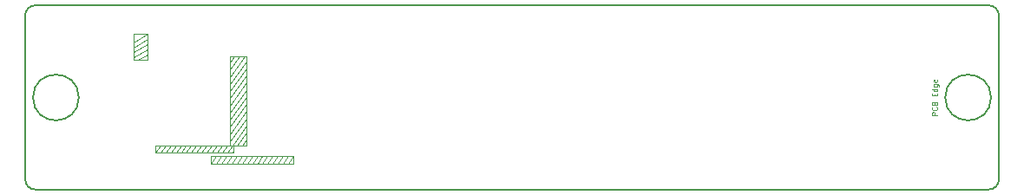
<source format=gbr>
%TF.GenerationSoftware,KiCad,Pcbnew,4.0.7*%
%TF.CreationDate,2018-01-21T21:44:22+02:00*%
%TF.ProjectId,OilMeteo_V2.0,4F696C4D6574656F5F56322E302E6B69,rev?*%
%TF.FileFunction,Drawing*%
%FSLAX46Y46*%
G04 Gerber Fmt 4.6, Leading zero omitted, Abs format (unit mm)*
G04 Created by KiCad (PCBNEW 4.0.7) date 01/21/18 21:44:22*
%MOMM*%
%LPD*%
G01*
G04 APERTURE LIST*
%ADD10C,0.150000*%
%ADD11C,0.100000*%
%ADD12C,0.080000*%
G04 APERTURE END LIST*
D10*
X100000000Y-35000000D02*
X193000000Y-35000000D01*
X99000000Y-52000000D02*
X99000000Y-36000000D01*
X193000000Y-53000000D02*
X100000000Y-53000000D01*
X194000000Y-36000000D02*
X194000000Y-52000000D01*
X194000000Y-36000000D02*
G75*
G03X193000000Y-35000000I-1000000J0D01*
G01*
X193000000Y-53000000D02*
G75*
G03X194000000Y-52000000I0J1000000D01*
G01*
X99000000Y-52000000D02*
G75*
G03X100000000Y-53000000I1000000J0D01*
G01*
X100000000Y-35000000D02*
G75*
G03X99000000Y-36000000I0J-1000000D01*
G01*
X104236068Y-44000000D02*
G75*
G03X104236068Y-44000000I-2236068J0D01*
G01*
X193236068Y-44000000D02*
G75*
G03X193236068Y-44000000I-2236068J0D01*
G01*
D11*
X120600000Y-47450000D02*
X119700000Y-48700000D01*
X120600000Y-48150000D02*
X120200000Y-48700000D01*
X120600000Y-46050000D02*
X119000000Y-48275000D01*
X119200000Y-48700000D02*
X120600000Y-46750000D01*
X118700000Y-49400000D02*
X119200000Y-48700000D01*
X119200000Y-49400000D02*
X119300000Y-49250000D01*
X118200000Y-49400000D02*
X118700000Y-48700000D01*
X117700000Y-49400000D02*
X118200000Y-48700000D01*
X117200000Y-49400000D02*
X117700000Y-48700000D01*
X116700000Y-49400000D02*
X117200000Y-48700000D01*
X116200000Y-49400000D02*
X116700000Y-48700000D01*
X115700000Y-49400000D02*
X116200000Y-48700000D01*
X115200000Y-49400000D02*
X115700000Y-48700000D01*
X114700000Y-49400000D02*
X115200000Y-48700000D01*
X114200000Y-49400000D02*
X114700000Y-48700000D01*
X113700000Y-49400000D02*
X114200000Y-48700000D01*
X113200000Y-49400000D02*
X113700000Y-48700000D01*
X112700000Y-49400000D02*
X113200000Y-48700000D01*
X112200000Y-49400000D02*
X112700000Y-48700000D01*
X111700000Y-49400000D02*
X112200000Y-48700000D01*
X117650000Y-49750000D02*
X117150000Y-50500000D01*
X118150000Y-49750000D02*
X117650000Y-50500000D01*
X118650000Y-49750000D02*
X118150000Y-50500000D01*
X119150000Y-49750000D02*
X118650000Y-50500000D01*
X119650000Y-49750000D02*
X119150000Y-50500000D01*
X120150000Y-49750000D02*
X119650000Y-50500000D01*
X120650000Y-49750000D02*
X120150000Y-50500000D01*
X121150000Y-49750000D02*
X120650000Y-50500000D01*
X121650000Y-49750000D02*
X121150000Y-50500000D01*
X122150000Y-49750000D02*
X121650000Y-50500000D01*
X122650000Y-49750000D02*
X122150000Y-50500000D01*
X123150000Y-49750000D02*
X122650000Y-50500000D01*
X123650000Y-49750000D02*
X123150000Y-50500000D01*
X124150000Y-49750000D02*
X123650000Y-50500000D01*
X124650000Y-49750000D02*
X124150000Y-50500000D01*
X125150000Y-49750000D02*
X124650000Y-50500000D01*
X110900000Y-39800000D02*
X110000000Y-40350000D01*
X110900000Y-39300000D02*
X109550000Y-40100000D01*
X110900000Y-38800000D02*
X109550000Y-39600000D01*
X110900000Y-38300000D02*
X109550000Y-39100000D01*
X110900000Y-37800000D02*
X109550000Y-38600000D01*
X117100000Y-50500000D02*
X125150000Y-50500000D01*
X117100000Y-49750000D02*
X117100000Y-50500000D01*
X125150000Y-49750000D02*
X117100000Y-49750000D01*
X125150000Y-50500000D02*
X125150000Y-49750000D01*
X111700000Y-49400000D02*
X119300000Y-49400000D01*
X111700000Y-48700000D02*
X111700000Y-49400000D01*
X120600000Y-48700000D02*
X111700000Y-48700000D01*
X119300000Y-49400000D02*
X119300000Y-48700000D01*
X109550000Y-40350000D02*
X110900000Y-40350000D01*
X109550000Y-37800000D02*
X109550000Y-40350000D01*
X110900000Y-37800000D02*
X109550000Y-37800000D01*
X110900000Y-40350000D02*
X110900000Y-37800000D01*
X119000000Y-40000000D02*
X119000000Y-48700000D01*
X120600000Y-40000000D02*
X119000000Y-40000000D01*
X120600000Y-48700000D02*
X120600000Y-40000000D01*
X120600000Y-45350000D02*
X119000000Y-47575000D01*
X120600000Y-44650000D02*
X119000000Y-46875000D01*
X120600000Y-43950000D02*
X119000000Y-46175000D01*
X120600000Y-43250000D02*
X119000000Y-45475000D01*
X120600000Y-42550000D02*
X119000000Y-44775000D01*
X120600000Y-41850000D02*
X119000000Y-44075000D01*
X120600000Y-41150000D02*
X119000000Y-43375000D01*
X120600000Y-40450000D02*
X119000000Y-42675000D01*
X120400000Y-40000000D02*
X119000000Y-41975000D01*
X119900000Y-40000000D02*
X119000000Y-41275000D01*
X119400000Y-40000000D02*
X119000000Y-40575000D01*
D12*
X187976190Y-45714285D02*
X187476190Y-45714285D01*
X187476190Y-45523809D01*
X187500000Y-45476190D01*
X187523810Y-45452381D01*
X187571429Y-45428571D01*
X187642857Y-45428571D01*
X187690476Y-45452381D01*
X187714286Y-45476190D01*
X187738095Y-45523809D01*
X187738095Y-45714285D01*
X187928571Y-44928571D02*
X187952381Y-44952381D01*
X187976190Y-45023809D01*
X187976190Y-45071428D01*
X187952381Y-45142857D01*
X187904762Y-45190476D01*
X187857143Y-45214285D01*
X187761905Y-45238095D01*
X187690476Y-45238095D01*
X187595238Y-45214285D01*
X187547619Y-45190476D01*
X187500000Y-45142857D01*
X187476190Y-45071428D01*
X187476190Y-45023809D01*
X187500000Y-44952381D01*
X187523810Y-44928571D01*
X187714286Y-44547619D02*
X187738095Y-44476190D01*
X187761905Y-44452381D01*
X187809524Y-44428571D01*
X187880952Y-44428571D01*
X187928571Y-44452381D01*
X187952381Y-44476190D01*
X187976190Y-44523809D01*
X187976190Y-44714285D01*
X187476190Y-44714285D01*
X187476190Y-44547619D01*
X187500000Y-44500000D01*
X187523810Y-44476190D01*
X187571429Y-44452381D01*
X187619048Y-44452381D01*
X187666667Y-44476190D01*
X187690476Y-44500000D01*
X187714286Y-44547619D01*
X187714286Y-44714285D01*
X187714286Y-43833333D02*
X187714286Y-43666667D01*
X187976190Y-43595238D02*
X187976190Y-43833333D01*
X187476190Y-43833333D01*
X187476190Y-43595238D01*
X187976190Y-43166667D02*
X187476190Y-43166667D01*
X187952381Y-43166667D02*
X187976190Y-43214286D01*
X187976190Y-43309524D01*
X187952381Y-43357143D01*
X187928571Y-43380952D01*
X187880952Y-43404762D01*
X187738095Y-43404762D01*
X187690476Y-43380952D01*
X187666667Y-43357143D01*
X187642857Y-43309524D01*
X187642857Y-43214286D01*
X187666667Y-43166667D01*
X187642857Y-42714286D02*
X188047619Y-42714286D01*
X188095238Y-42738095D01*
X188119048Y-42761905D01*
X188142857Y-42809524D01*
X188142857Y-42880952D01*
X188119048Y-42928571D01*
X187952381Y-42714286D02*
X187976190Y-42761905D01*
X187976190Y-42857143D01*
X187952381Y-42904762D01*
X187928571Y-42928571D01*
X187880952Y-42952381D01*
X187738095Y-42952381D01*
X187690476Y-42928571D01*
X187666667Y-42904762D01*
X187642857Y-42857143D01*
X187642857Y-42761905D01*
X187666667Y-42714286D01*
X187952381Y-42285714D02*
X187976190Y-42333333D01*
X187976190Y-42428571D01*
X187952381Y-42476190D01*
X187904762Y-42500000D01*
X187714286Y-42500000D01*
X187666667Y-42476190D01*
X187642857Y-42428571D01*
X187642857Y-42333333D01*
X187666667Y-42285714D01*
X187714286Y-42261905D01*
X187761905Y-42261905D01*
X187809524Y-42500000D01*
M02*

</source>
